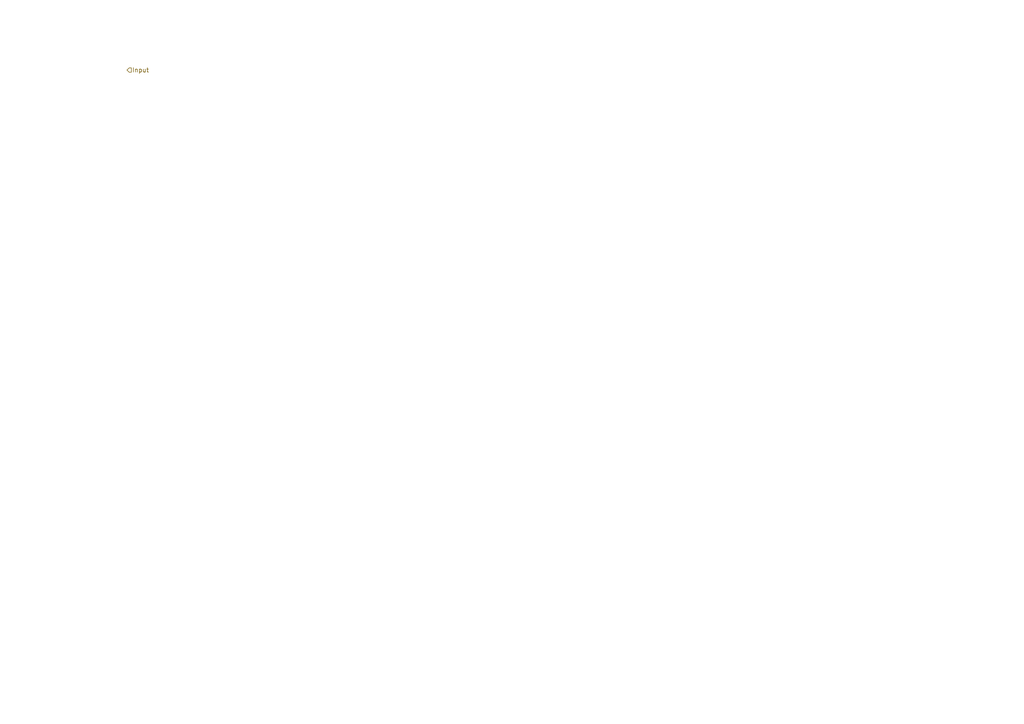
<source format=kicad_sch>
(kicad_sch (version 20211123) (generator eeschema)
  (paper "A4")
  (lib_symbols)
  (hierarchical_label "Input" (shape input) (at 36.83 20.32 0))
)
</source>
